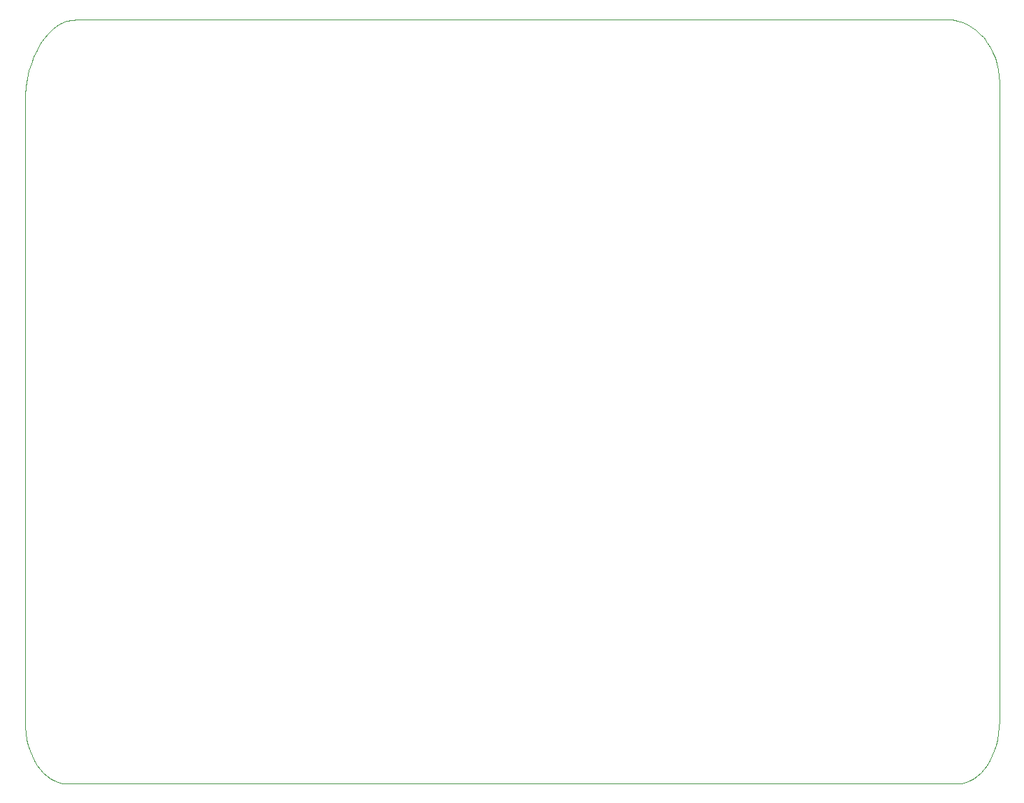
<source format=gbr>
G04 PROTEUS GERBER X2 FILE*
%TF.GenerationSoftware,Labcenter,Proteus,8.16-SP3-Build36097*%
%TF.CreationDate,2025-03-01T20:08:57+00:00*%
%TF.FileFunction,Paste,Top*%
%TF.FilePolarity,Positive*%
%TF.Part,Single*%
%TF.SameCoordinates,{b4116e7d-5b25-4a0e-afc3-4f4668fc6668}*%
%FSLAX45Y45*%
%MOMM*%
G01*
%TA.AperFunction,Profile*%
%ADD21C,0.101600*%
%TD.AperFunction*%
D21*
X+0Y+3937000D02*
X+3279Y+4040866D01*
X+12903Y+4141735D01*
X+28553Y+4239095D01*
X+49909Y+4332437D01*
X+76652Y+4421248D01*
X+108462Y+4505017D01*
X+145020Y+4583235D01*
X+186007Y+4655388D01*
X+231103Y+4720967D01*
X+279989Y+4779460D01*
X+332345Y+4830357D01*
X+387852Y+4873146D01*
X+446190Y+4907315D01*
X+507041Y+4932355D01*
X+570084Y+4947754D01*
X+635000Y+4953000D01*
X+11811000Y+4191000D02*
X+11807721Y+4268899D01*
X+11798097Y+4344551D01*
X+11782447Y+4417571D01*
X+11761091Y+4487577D01*
X+11734348Y+4554186D01*
X+11702538Y+4617013D01*
X+11665980Y+4675676D01*
X+11624993Y+4729791D01*
X+11579897Y+4778975D01*
X+11531011Y+4822845D01*
X+11478655Y+4861018D01*
X+11423148Y+4893109D01*
X+11364810Y+4918736D01*
X+11303959Y+4937516D01*
X+11240916Y+4949065D01*
X+11176000Y+4953000D01*
X+11811000Y-3556000D02*
X+11808377Y-3633899D01*
X+11800677Y-3709551D01*
X+11788158Y-3782571D01*
X+11771073Y-3852577D01*
X+11749678Y-3919186D01*
X+11724230Y-3982013D01*
X+11694983Y-4040676D01*
X+11662194Y-4094791D01*
X+11626117Y-4143975D01*
X+11587008Y-4187845D01*
X+11545124Y-4226018D01*
X+11500718Y-4258109D01*
X+11454047Y-4283736D01*
X+11405367Y-4302516D01*
X+11354933Y-4314065D01*
X+11303000Y-4318000D01*
X+0Y-3556000D02*
X+2623Y-3633899D01*
X+10322Y-3709551D01*
X+22842Y-3782571D01*
X+39927Y-3852577D01*
X+61321Y-3919186D01*
X+86770Y-3982013D01*
X+116016Y-4040676D01*
X+148806Y-4094791D01*
X+184883Y-4143975D01*
X+223991Y-4187845D01*
X+265876Y-4226018D01*
X+310282Y-4258109D01*
X+356952Y-4283736D01*
X+405633Y-4302516D01*
X+456067Y-4314065D01*
X+508000Y-4318000D01*
X+0Y+3937000D02*
X+0Y-3556000D01*
X+508000Y-4318000D02*
X+11303000Y-4318000D01*
X+11811000Y-3556000D02*
X+11811000Y+4191000D01*
X+11176000Y+4953000D02*
X+635000Y+4953000D01*
M02*

</source>
